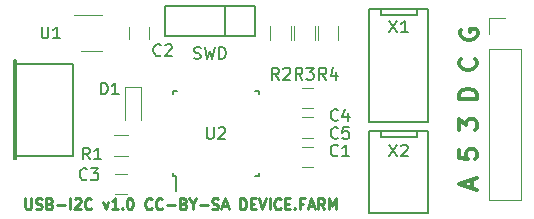
<source format=gbr>
G04 #@! TF.FileFunction,Legend,Top*
%FSLAX46Y46*%
G04 Gerber Fmt 4.6, Leading zero omitted, Abs format (unit mm)*
G04 Created by KiCad (PCBNEW 4.0.7-e2-6376~58~ubuntu16.04.1) date Wed Aug 15 22:40:32 2018*
%MOMM*%
%LPD*%
G01*
G04 APERTURE LIST*
%ADD10C,0.100000*%
%ADD11C,0.225000*%
%ADD12C,0.150000*%
%ADD13C,0.300000*%
%ADD14C,0.200660*%
%ADD15C,0.120000*%
G04 APERTURE END LIST*
D10*
D11*
X147842857Y-115507143D02*
X147842857Y-116235714D01*
X147885714Y-116321429D01*
X147928571Y-116364286D01*
X148014285Y-116407143D01*
X148185714Y-116407143D01*
X148271428Y-116364286D01*
X148314285Y-116321429D01*
X148357142Y-116235714D01*
X148357142Y-115507143D01*
X148742857Y-116364286D02*
X148871428Y-116407143D01*
X149085714Y-116407143D01*
X149171428Y-116364286D01*
X149214285Y-116321429D01*
X149257142Y-116235714D01*
X149257142Y-116150000D01*
X149214285Y-116064286D01*
X149171428Y-116021429D01*
X149085714Y-115978571D01*
X148914285Y-115935714D01*
X148828571Y-115892857D01*
X148785714Y-115850000D01*
X148742857Y-115764286D01*
X148742857Y-115678571D01*
X148785714Y-115592857D01*
X148828571Y-115550000D01*
X148914285Y-115507143D01*
X149128571Y-115507143D01*
X149257142Y-115550000D01*
X149942857Y-115935714D02*
X150071428Y-115978571D01*
X150114285Y-116021429D01*
X150157142Y-116107143D01*
X150157142Y-116235714D01*
X150114285Y-116321429D01*
X150071428Y-116364286D01*
X149985714Y-116407143D01*
X149642857Y-116407143D01*
X149642857Y-115507143D01*
X149942857Y-115507143D01*
X150028571Y-115550000D01*
X150071428Y-115592857D01*
X150114285Y-115678571D01*
X150114285Y-115764286D01*
X150071428Y-115850000D01*
X150028571Y-115892857D01*
X149942857Y-115935714D01*
X149642857Y-115935714D01*
X150542857Y-116064286D02*
X151228571Y-116064286D01*
X151657143Y-116407143D02*
X151657143Y-115507143D01*
X152042857Y-115592857D02*
X152085714Y-115550000D01*
X152171428Y-115507143D01*
X152385714Y-115507143D01*
X152471428Y-115550000D01*
X152514285Y-115592857D01*
X152557142Y-115678571D01*
X152557142Y-115764286D01*
X152514285Y-115892857D01*
X151999999Y-116407143D01*
X152557142Y-116407143D01*
X153457142Y-116321429D02*
X153414285Y-116364286D01*
X153285714Y-116407143D01*
X153200000Y-116407143D01*
X153071428Y-116364286D01*
X152985714Y-116278571D01*
X152942857Y-116192857D01*
X152900000Y-116021429D01*
X152900000Y-115892857D01*
X152942857Y-115721429D01*
X152985714Y-115635714D01*
X153071428Y-115550000D01*
X153200000Y-115507143D01*
X153285714Y-115507143D01*
X153414285Y-115550000D01*
X153457142Y-115592857D01*
X154442856Y-115807143D02*
X154657142Y-116407143D01*
X154871428Y-115807143D01*
X155685713Y-116407143D02*
X155171428Y-116407143D01*
X155428570Y-116407143D02*
X155428570Y-115507143D01*
X155342856Y-115635714D01*
X155257142Y-115721429D01*
X155171428Y-115764286D01*
X156071428Y-116321429D02*
X156114285Y-116364286D01*
X156071428Y-116407143D01*
X156028571Y-116364286D01*
X156071428Y-116321429D01*
X156071428Y-116407143D01*
X156671427Y-115507143D02*
X156757142Y-115507143D01*
X156842856Y-115550000D01*
X156885713Y-115592857D01*
X156928570Y-115678571D01*
X156971427Y-115850000D01*
X156971427Y-116064286D01*
X156928570Y-116235714D01*
X156885713Y-116321429D01*
X156842856Y-116364286D01*
X156757142Y-116407143D01*
X156671427Y-116407143D01*
X156585713Y-116364286D01*
X156542856Y-116321429D01*
X156499999Y-116235714D01*
X156457142Y-116064286D01*
X156457142Y-115850000D01*
X156499999Y-115678571D01*
X156542856Y-115592857D01*
X156585713Y-115550000D01*
X156671427Y-115507143D01*
X158557141Y-116321429D02*
X158514284Y-116364286D01*
X158385713Y-116407143D01*
X158299999Y-116407143D01*
X158171427Y-116364286D01*
X158085713Y-116278571D01*
X158042856Y-116192857D01*
X157999999Y-116021429D01*
X157999999Y-115892857D01*
X158042856Y-115721429D01*
X158085713Y-115635714D01*
X158171427Y-115550000D01*
X158299999Y-115507143D01*
X158385713Y-115507143D01*
X158514284Y-115550000D01*
X158557141Y-115592857D01*
X159457141Y-116321429D02*
X159414284Y-116364286D01*
X159285713Y-116407143D01*
X159199999Y-116407143D01*
X159071427Y-116364286D01*
X158985713Y-116278571D01*
X158942856Y-116192857D01*
X158899999Y-116021429D01*
X158899999Y-115892857D01*
X158942856Y-115721429D01*
X158985713Y-115635714D01*
X159071427Y-115550000D01*
X159199999Y-115507143D01*
X159285713Y-115507143D01*
X159414284Y-115550000D01*
X159457141Y-115592857D01*
X159842856Y-116064286D02*
X160528570Y-116064286D01*
X161257142Y-115935714D02*
X161385713Y-115978571D01*
X161428570Y-116021429D01*
X161471427Y-116107143D01*
X161471427Y-116235714D01*
X161428570Y-116321429D01*
X161385713Y-116364286D01*
X161299999Y-116407143D01*
X160957142Y-116407143D01*
X160957142Y-115507143D01*
X161257142Y-115507143D01*
X161342856Y-115550000D01*
X161385713Y-115592857D01*
X161428570Y-115678571D01*
X161428570Y-115764286D01*
X161385713Y-115850000D01*
X161342856Y-115892857D01*
X161257142Y-115935714D01*
X160957142Y-115935714D01*
X162028570Y-115978571D02*
X162028570Y-116407143D01*
X161728570Y-115507143D02*
X162028570Y-115978571D01*
X162328570Y-115507143D01*
X162628571Y-116064286D02*
X163314285Y-116064286D01*
X163700000Y-116364286D02*
X163828571Y-116407143D01*
X164042857Y-116407143D01*
X164128571Y-116364286D01*
X164171428Y-116321429D01*
X164214285Y-116235714D01*
X164214285Y-116150000D01*
X164171428Y-116064286D01*
X164128571Y-116021429D01*
X164042857Y-115978571D01*
X163871428Y-115935714D01*
X163785714Y-115892857D01*
X163742857Y-115850000D01*
X163700000Y-115764286D01*
X163700000Y-115678571D01*
X163742857Y-115592857D01*
X163785714Y-115550000D01*
X163871428Y-115507143D01*
X164085714Y-115507143D01*
X164214285Y-115550000D01*
X164557143Y-116150000D02*
X164985714Y-116150000D01*
X164471428Y-116407143D02*
X164771428Y-115507143D01*
X165071428Y-116407143D01*
X166057143Y-116407143D02*
X166057143Y-115507143D01*
X166271428Y-115507143D01*
X166400000Y-115550000D01*
X166485714Y-115635714D01*
X166528571Y-115721429D01*
X166571428Y-115892857D01*
X166571428Y-116021429D01*
X166528571Y-116192857D01*
X166485714Y-116278571D01*
X166400000Y-116364286D01*
X166271428Y-116407143D01*
X166057143Y-116407143D01*
X166957143Y-115935714D02*
X167257143Y-115935714D01*
X167385714Y-116407143D02*
X166957143Y-116407143D01*
X166957143Y-115507143D01*
X167385714Y-115507143D01*
X167642857Y-115507143D02*
X167942857Y-116407143D01*
X168242857Y-115507143D01*
X168542858Y-116407143D02*
X168542858Y-115507143D01*
X169485714Y-116321429D02*
X169442857Y-116364286D01*
X169314286Y-116407143D01*
X169228572Y-116407143D01*
X169100000Y-116364286D01*
X169014286Y-116278571D01*
X168971429Y-116192857D01*
X168928572Y-116021429D01*
X168928572Y-115892857D01*
X168971429Y-115721429D01*
X169014286Y-115635714D01*
X169100000Y-115550000D01*
X169228572Y-115507143D01*
X169314286Y-115507143D01*
X169442857Y-115550000D01*
X169485714Y-115592857D01*
X169871429Y-115935714D02*
X170171429Y-115935714D01*
X170300000Y-116407143D02*
X169871429Y-116407143D01*
X169871429Y-115507143D01*
X170300000Y-115507143D01*
X170685715Y-116321429D02*
X170728572Y-116364286D01*
X170685715Y-116407143D01*
X170642858Y-116364286D01*
X170685715Y-116321429D01*
X170685715Y-116407143D01*
X171414286Y-115935714D02*
X171114286Y-115935714D01*
X171114286Y-116407143D02*
X171114286Y-115507143D01*
X171542857Y-115507143D01*
X171842858Y-116150000D02*
X172271429Y-116150000D01*
X171757143Y-116407143D02*
X172057143Y-115507143D01*
X172357143Y-116407143D01*
X173171429Y-116407143D02*
X172871429Y-115978571D01*
X172657144Y-116407143D02*
X172657144Y-115507143D01*
X173000001Y-115507143D01*
X173085715Y-115550000D01*
X173128572Y-115592857D01*
X173171429Y-115678571D01*
X173171429Y-115807143D01*
X173128572Y-115892857D01*
X173085715Y-115935714D01*
X173000001Y-115978571D01*
X172657144Y-115978571D01*
X173557144Y-116407143D02*
X173557144Y-115507143D01*
X173857144Y-116150000D01*
X174157144Y-115507143D01*
X174157144Y-116407143D01*
D12*
X162142857Y-103654762D02*
X162285714Y-103702381D01*
X162523810Y-103702381D01*
X162619048Y-103654762D01*
X162666667Y-103607143D01*
X162714286Y-103511905D01*
X162714286Y-103416667D01*
X162666667Y-103321429D01*
X162619048Y-103273810D01*
X162523810Y-103226190D01*
X162333333Y-103178571D01*
X162238095Y-103130952D01*
X162190476Y-103083333D01*
X162142857Y-102988095D01*
X162142857Y-102892857D01*
X162190476Y-102797619D01*
X162238095Y-102750000D01*
X162333333Y-102702381D01*
X162571429Y-102702381D01*
X162714286Y-102750000D01*
X163047619Y-102702381D02*
X163285714Y-103702381D01*
X163476191Y-102988095D01*
X163666667Y-103702381D01*
X163904762Y-102702381D01*
X164285714Y-103702381D02*
X164285714Y-102702381D01*
X164523809Y-102702381D01*
X164666667Y-102750000D01*
X164761905Y-102845238D01*
X164809524Y-102940476D01*
X164857143Y-103130952D01*
X164857143Y-103273810D01*
X164809524Y-103464286D01*
X164761905Y-103559524D01*
X164666667Y-103654762D01*
X164523809Y-103702381D01*
X164285714Y-103702381D01*
D13*
X185670000Y-114657143D02*
X185670000Y-113942857D01*
X186098571Y-114800000D02*
X184598571Y-114300000D01*
X186098571Y-113800000D01*
X184598571Y-111402856D02*
X184598571Y-112117142D01*
X185312857Y-112188571D01*
X185241429Y-112117142D01*
X185170000Y-111974285D01*
X185170000Y-111617142D01*
X185241429Y-111474285D01*
X185312857Y-111402856D01*
X185455714Y-111331428D01*
X185812857Y-111331428D01*
X185955714Y-111402856D01*
X186027143Y-111474285D01*
X186098571Y-111617142D01*
X186098571Y-111974285D01*
X186027143Y-112117142D01*
X185955714Y-112188571D01*
X184598571Y-109719999D02*
X184598571Y-108791428D01*
X185170000Y-109291428D01*
X185170000Y-109077142D01*
X185241429Y-108934285D01*
X185312857Y-108862856D01*
X185455714Y-108791428D01*
X185812857Y-108791428D01*
X185955714Y-108862856D01*
X186027143Y-108934285D01*
X186098571Y-109077142D01*
X186098571Y-109505714D01*
X186027143Y-109648571D01*
X185955714Y-109719999D01*
X186098571Y-107072857D02*
X184598571Y-107072857D01*
X184598571Y-106715714D01*
X184670000Y-106501429D01*
X184812857Y-106358571D01*
X184955714Y-106287143D01*
X185241429Y-106215714D01*
X185455714Y-106215714D01*
X185741429Y-106287143D01*
X185884286Y-106358571D01*
X186027143Y-106501429D01*
X186098571Y-106715714D01*
X186098571Y-107072857D01*
X185955714Y-103675714D02*
X186027143Y-103747143D01*
X186098571Y-103961429D01*
X186098571Y-104104286D01*
X186027143Y-104318571D01*
X185884286Y-104461429D01*
X185741429Y-104532857D01*
X185455714Y-104604286D01*
X185241429Y-104604286D01*
X184955714Y-104532857D01*
X184812857Y-104461429D01*
X184670000Y-104318571D01*
X184598571Y-104104286D01*
X184598571Y-103961429D01*
X184670000Y-103747143D01*
X184741429Y-103675714D01*
X184750000Y-101207143D02*
X184678571Y-101350000D01*
X184678571Y-101564286D01*
X184750000Y-101778571D01*
X184892857Y-101921429D01*
X185035714Y-101992857D01*
X185321429Y-102064286D01*
X185535714Y-102064286D01*
X185821429Y-101992857D01*
X185964286Y-101921429D01*
X186107143Y-101778571D01*
X186178571Y-101564286D01*
X186178571Y-101421429D01*
X186107143Y-101207143D01*
X186035714Y-101135714D01*
X185535714Y-101135714D01*
X185535714Y-101421429D01*
D14*
X147001020Y-103798840D02*
X147001020Y-112201160D01*
X146899420Y-103798840D02*
X146899420Y-112201160D01*
X146899420Y-112201160D02*
X147100080Y-112201160D01*
X147100080Y-112201160D02*
X147100080Y-103798840D01*
X147100080Y-103798840D02*
X146899420Y-103798840D01*
X146899420Y-104101100D02*
X151900680Y-104101100D01*
X151900680Y-104101100D02*
X151900680Y-111898900D01*
X151900680Y-111898900D02*
X146899420Y-111898900D01*
D15*
X172250000Y-111150000D02*
X171250000Y-111150000D01*
X171250000Y-112850000D02*
X172250000Y-112850000D01*
X158350000Y-102000000D02*
X158350000Y-101000000D01*
X156650000Y-101000000D02*
X156650000Y-102000000D01*
X155500000Y-115100000D02*
X156500000Y-115100000D01*
X156500000Y-113400000D02*
X155500000Y-113400000D01*
X172250000Y-106150000D02*
X171250000Y-106150000D01*
X171250000Y-107850000D02*
X172250000Y-107850000D01*
X172250000Y-108650000D02*
X171250000Y-108650000D01*
X171250000Y-110350000D02*
X172250000Y-110350000D01*
X157700000Y-106100000D02*
X156300000Y-106100000D01*
X156300000Y-106100000D02*
X156300000Y-108900000D01*
X157700000Y-106100000D02*
X157700000Y-108900000D01*
X187138000Y-115630000D02*
X189798000Y-115630000D01*
X187138000Y-102870000D02*
X187138000Y-115630000D01*
X189798000Y-102870000D02*
X189798000Y-115630000D01*
X187138000Y-102870000D02*
X189798000Y-102870000D01*
X187138000Y-101600000D02*
X187138000Y-100270000D01*
X187138000Y-100270000D02*
X188468000Y-100270000D01*
X155350000Y-110120000D02*
X156550000Y-110120000D01*
X156550000Y-111880000D02*
X155350000Y-111880000D01*
X168620000Y-102100000D02*
X168620000Y-100900000D01*
X170380000Y-100900000D02*
X170380000Y-102100000D01*
X170620000Y-102100000D02*
X170620000Y-100900000D01*
X172380000Y-100900000D02*
X172380000Y-102100000D01*
X172620000Y-102100000D02*
X172620000Y-100900000D01*
X174380000Y-100900000D02*
X174380000Y-102100000D01*
X152620000Y-103060000D02*
X154380000Y-103060000D01*
X154380000Y-99990000D02*
X151950000Y-99990000D01*
D12*
X160375000Y-113625000D02*
X160600000Y-113625000D01*
X160375000Y-106375000D02*
X160675000Y-106375000D01*
X167625000Y-106375000D02*
X167325000Y-106375000D01*
X167625000Y-113625000D02*
X167325000Y-113625000D01*
X160375000Y-113625000D02*
X160375000Y-113325000D01*
X167625000Y-113625000D02*
X167625000Y-113325000D01*
X167625000Y-106375000D02*
X167625000Y-106675000D01*
X160375000Y-106375000D02*
X160375000Y-106675000D01*
X160600000Y-113625000D02*
X160600000Y-114850000D01*
X182000000Y-99500000D02*
X182000000Y-109000000D01*
X177000000Y-99500000D02*
X177000000Y-109000000D01*
X182000000Y-99500000D02*
X177000000Y-99500000D01*
X182000000Y-109000000D02*
X177000000Y-109000000D01*
X181000000Y-99500000D02*
X181000000Y-100000000D01*
X181000000Y-100000000D02*
X178000000Y-100000000D01*
X178000000Y-99500000D02*
X178000000Y-100000000D01*
X182000000Y-109770000D02*
X182000000Y-116730000D01*
X177000000Y-109770000D02*
X177000000Y-116730000D01*
X182000000Y-109770000D02*
X177000000Y-109770000D01*
X182000000Y-116730000D02*
X177000000Y-116730000D01*
X181000000Y-109770000D02*
X181000000Y-110270000D01*
X181000000Y-110270000D02*
X178000000Y-110270000D01*
X178000000Y-109770000D02*
X178000000Y-110270000D01*
X164770000Y-101770000D02*
X164770000Y-99230000D01*
X167310000Y-101770000D02*
X159690000Y-101770000D01*
X159690000Y-101770000D02*
X159690000Y-99230000D01*
X159690000Y-99230000D02*
X167310000Y-99230000D01*
X167310000Y-99230000D02*
X167310000Y-101770000D01*
X174333334Y-111857143D02*
X174285715Y-111904762D01*
X174142858Y-111952381D01*
X174047620Y-111952381D01*
X173904762Y-111904762D01*
X173809524Y-111809524D01*
X173761905Y-111714286D01*
X173714286Y-111523810D01*
X173714286Y-111380952D01*
X173761905Y-111190476D01*
X173809524Y-111095238D01*
X173904762Y-111000000D01*
X174047620Y-110952381D01*
X174142858Y-110952381D01*
X174285715Y-111000000D01*
X174333334Y-111047619D01*
X175285715Y-111952381D02*
X174714286Y-111952381D01*
X175000000Y-111952381D02*
X175000000Y-110952381D01*
X174904762Y-111095238D01*
X174809524Y-111190476D01*
X174714286Y-111238095D01*
X159333334Y-103357143D02*
X159285715Y-103404762D01*
X159142858Y-103452381D01*
X159047620Y-103452381D01*
X158904762Y-103404762D01*
X158809524Y-103309524D01*
X158761905Y-103214286D01*
X158714286Y-103023810D01*
X158714286Y-102880952D01*
X158761905Y-102690476D01*
X158809524Y-102595238D01*
X158904762Y-102500000D01*
X159047620Y-102452381D01*
X159142858Y-102452381D01*
X159285715Y-102500000D01*
X159333334Y-102547619D01*
X159714286Y-102547619D02*
X159761905Y-102500000D01*
X159857143Y-102452381D01*
X160095239Y-102452381D01*
X160190477Y-102500000D01*
X160238096Y-102547619D01*
X160285715Y-102642857D01*
X160285715Y-102738095D01*
X160238096Y-102880952D01*
X159666667Y-103452381D01*
X160285715Y-103452381D01*
X153083334Y-113857143D02*
X153035715Y-113904762D01*
X152892858Y-113952381D01*
X152797620Y-113952381D01*
X152654762Y-113904762D01*
X152559524Y-113809524D01*
X152511905Y-113714286D01*
X152464286Y-113523810D01*
X152464286Y-113380952D01*
X152511905Y-113190476D01*
X152559524Y-113095238D01*
X152654762Y-113000000D01*
X152797620Y-112952381D01*
X152892858Y-112952381D01*
X153035715Y-113000000D01*
X153083334Y-113047619D01*
X153416667Y-112952381D02*
X154035715Y-112952381D01*
X153702381Y-113333333D01*
X153845239Y-113333333D01*
X153940477Y-113380952D01*
X153988096Y-113428571D01*
X154035715Y-113523810D01*
X154035715Y-113761905D01*
X153988096Y-113857143D01*
X153940477Y-113904762D01*
X153845239Y-113952381D01*
X153559524Y-113952381D01*
X153464286Y-113904762D01*
X153416667Y-113857143D01*
X174333334Y-108857143D02*
X174285715Y-108904762D01*
X174142858Y-108952381D01*
X174047620Y-108952381D01*
X173904762Y-108904762D01*
X173809524Y-108809524D01*
X173761905Y-108714286D01*
X173714286Y-108523810D01*
X173714286Y-108380952D01*
X173761905Y-108190476D01*
X173809524Y-108095238D01*
X173904762Y-108000000D01*
X174047620Y-107952381D01*
X174142858Y-107952381D01*
X174285715Y-108000000D01*
X174333334Y-108047619D01*
X175190477Y-108285714D02*
X175190477Y-108952381D01*
X174952381Y-107904762D02*
X174714286Y-108619048D01*
X175333334Y-108619048D01*
X174333334Y-110357143D02*
X174285715Y-110404762D01*
X174142858Y-110452381D01*
X174047620Y-110452381D01*
X173904762Y-110404762D01*
X173809524Y-110309524D01*
X173761905Y-110214286D01*
X173714286Y-110023810D01*
X173714286Y-109880952D01*
X173761905Y-109690476D01*
X173809524Y-109595238D01*
X173904762Y-109500000D01*
X174047620Y-109452381D01*
X174142858Y-109452381D01*
X174285715Y-109500000D01*
X174333334Y-109547619D01*
X175238096Y-109452381D02*
X174761905Y-109452381D01*
X174714286Y-109928571D01*
X174761905Y-109880952D01*
X174857143Y-109833333D01*
X175095239Y-109833333D01*
X175190477Y-109880952D01*
X175238096Y-109928571D01*
X175285715Y-110023810D01*
X175285715Y-110261905D01*
X175238096Y-110357143D01*
X175190477Y-110404762D01*
X175095239Y-110452381D01*
X174857143Y-110452381D01*
X174761905Y-110404762D01*
X174714286Y-110357143D01*
X154261905Y-106702381D02*
X154261905Y-105702381D01*
X154500000Y-105702381D01*
X154642858Y-105750000D01*
X154738096Y-105845238D01*
X154785715Y-105940476D01*
X154833334Y-106130952D01*
X154833334Y-106273810D01*
X154785715Y-106464286D01*
X154738096Y-106559524D01*
X154642858Y-106654762D01*
X154500000Y-106702381D01*
X154261905Y-106702381D01*
X155785715Y-106702381D02*
X155214286Y-106702381D01*
X155500000Y-106702381D02*
X155500000Y-105702381D01*
X155404762Y-105845238D01*
X155309524Y-105940476D01*
X155214286Y-105988095D01*
X153333334Y-112202381D02*
X153000000Y-111726190D01*
X152761905Y-112202381D02*
X152761905Y-111202381D01*
X153142858Y-111202381D01*
X153238096Y-111250000D01*
X153285715Y-111297619D01*
X153333334Y-111392857D01*
X153333334Y-111535714D01*
X153285715Y-111630952D01*
X153238096Y-111678571D01*
X153142858Y-111726190D01*
X152761905Y-111726190D01*
X154285715Y-112202381D02*
X153714286Y-112202381D01*
X154000000Y-112202381D02*
X154000000Y-111202381D01*
X153904762Y-111345238D01*
X153809524Y-111440476D01*
X153714286Y-111488095D01*
X169333334Y-105452381D02*
X169000000Y-104976190D01*
X168761905Y-105452381D02*
X168761905Y-104452381D01*
X169142858Y-104452381D01*
X169238096Y-104500000D01*
X169285715Y-104547619D01*
X169333334Y-104642857D01*
X169333334Y-104785714D01*
X169285715Y-104880952D01*
X169238096Y-104928571D01*
X169142858Y-104976190D01*
X168761905Y-104976190D01*
X169714286Y-104547619D02*
X169761905Y-104500000D01*
X169857143Y-104452381D01*
X170095239Y-104452381D01*
X170190477Y-104500000D01*
X170238096Y-104547619D01*
X170285715Y-104642857D01*
X170285715Y-104738095D01*
X170238096Y-104880952D01*
X169666667Y-105452381D01*
X170285715Y-105452381D01*
X171333334Y-105452381D02*
X171000000Y-104976190D01*
X170761905Y-105452381D02*
X170761905Y-104452381D01*
X171142858Y-104452381D01*
X171238096Y-104500000D01*
X171285715Y-104547619D01*
X171333334Y-104642857D01*
X171333334Y-104785714D01*
X171285715Y-104880952D01*
X171238096Y-104928571D01*
X171142858Y-104976190D01*
X170761905Y-104976190D01*
X171666667Y-104452381D02*
X172285715Y-104452381D01*
X171952381Y-104833333D01*
X172095239Y-104833333D01*
X172190477Y-104880952D01*
X172238096Y-104928571D01*
X172285715Y-105023810D01*
X172285715Y-105261905D01*
X172238096Y-105357143D01*
X172190477Y-105404762D01*
X172095239Y-105452381D01*
X171809524Y-105452381D01*
X171714286Y-105404762D01*
X171666667Y-105357143D01*
X173333334Y-105452381D02*
X173000000Y-104976190D01*
X172761905Y-105452381D02*
X172761905Y-104452381D01*
X173142858Y-104452381D01*
X173238096Y-104500000D01*
X173285715Y-104547619D01*
X173333334Y-104642857D01*
X173333334Y-104785714D01*
X173285715Y-104880952D01*
X173238096Y-104928571D01*
X173142858Y-104976190D01*
X172761905Y-104976190D01*
X174190477Y-104785714D02*
X174190477Y-105452381D01*
X173952381Y-104404762D02*
X173714286Y-105119048D01*
X174333334Y-105119048D01*
X149238095Y-100952381D02*
X149238095Y-101761905D01*
X149285714Y-101857143D01*
X149333333Y-101904762D01*
X149428571Y-101952381D01*
X149619048Y-101952381D01*
X149714286Y-101904762D01*
X149761905Y-101857143D01*
X149809524Y-101761905D01*
X149809524Y-100952381D01*
X150809524Y-101952381D02*
X150238095Y-101952381D01*
X150523809Y-101952381D02*
X150523809Y-100952381D01*
X150428571Y-101095238D01*
X150333333Y-101190476D01*
X150238095Y-101238095D01*
X163238095Y-109452381D02*
X163238095Y-110261905D01*
X163285714Y-110357143D01*
X163333333Y-110404762D01*
X163428571Y-110452381D01*
X163619048Y-110452381D01*
X163714286Y-110404762D01*
X163761905Y-110357143D01*
X163809524Y-110261905D01*
X163809524Y-109452381D01*
X164238095Y-109547619D02*
X164285714Y-109500000D01*
X164380952Y-109452381D01*
X164619048Y-109452381D01*
X164714286Y-109500000D01*
X164761905Y-109547619D01*
X164809524Y-109642857D01*
X164809524Y-109738095D01*
X164761905Y-109880952D01*
X164190476Y-110452381D01*
X164809524Y-110452381D01*
X178690476Y-100452381D02*
X179357143Y-101452381D01*
X179357143Y-100452381D02*
X178690476Y-101452381D01*
X180261905Y-101452381D02*
X179690476Y-101452381D01*
X179976190Y-101452381D02*
X179976190Y-100452381D01*
X179880952Y-100595238D01*
X179785714Y-100690476D01*
X179690476Y-100738095D01*
X178690476Y-110952381D02*
X179357143Y-111952381D01*
X179357143Y-110952381D02*
X178690476Y-111952381D01*
X179690476Y-111047619D02*
X179738095Y-111000000D01*
X179833333Y-110952381D01*
X180071429Y-110952381D01*
X180166667Y-111000000D01*
X180214286Y-111047619D01*
X180261905Y-111142857D01*
X180261905Y-111238095D01*
X180214286Y-111380952D01*
X179642857Y-111952381D01*
X180261905Y-111952381D01*
M02*

</source>
